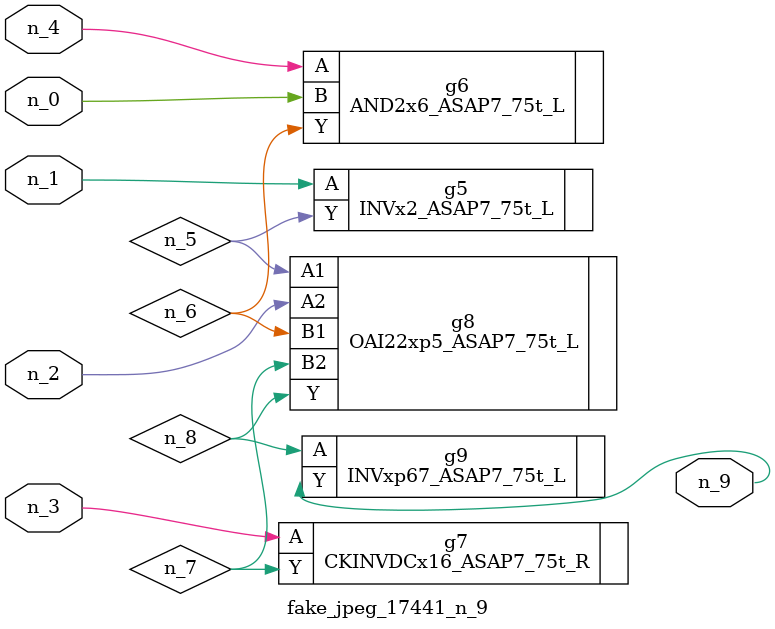
<source format=v>
module fake_jpeg_17441_n_9 (n_3, n_2, n_1, n_0, n_4, n_9);

input n_3;
input n_2;
input n_1;
input n_0;
input n_4;

output n_9;

wire n_8;
wire n_6;
wire n_5;
wire n_7;

INVx2_ASAP7_75t_L g5 ( 
.A(n_1),
.Y(n_5)
);

AND2x6_ASAP7_75t_L g6 ( 
.A(n_4),
.B(n_0),
.Y(n_6)
);

CKINVDCx16_ASAP7_75t_R g7 ( 
.A(n_3),
.Y(n_7)
);

OAI22xp5_ASAP7_75t_L g8 ( 
.A1(n_5),
.A2(n_2),
.B1(n_6),
.B2(n_7),
.Y(n_8)
);

INVxp67_ASAP7_75t_L g9 ( 
.A(n_8),
.Y(n_9)
);


endmodule
</source>
